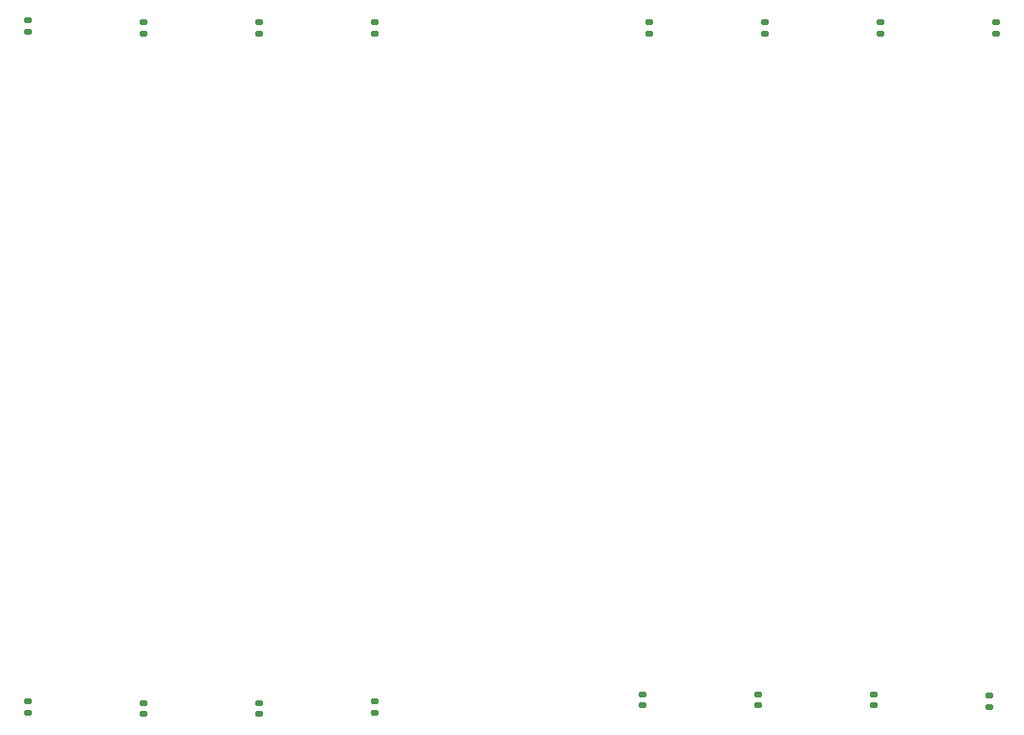
<source format=gbr>
%TF.GenerationSoftware,KiCad,Pcbnew,8.0.5*%
%TF.CreationDate,2024-10-15T20:37:22+02:00*%
%TF.ProjectId,LED_16x24V_REG4_VERSION_B,4c45445f-3136-4783-9234-565f52454734,rev?*%
%TF.SameCoordinates,Original*%
%TF.FileFunction,Paste,Bot*%
%TF.FilePolarity,Positive*%
%FSLAX46Y46*%
G04 Gerber Fmt 4.6, Leading zero omitted, Abs format (unit mm)*
G04 Created by KiCad (PCBNEW 8.0.5) date 2024-10-15 20:37:22*
%MOMM*%
%LPD*%
G01*
G04 APERTURE LIST*
G04 Aperture macros list*
%AMRoundRect*
0 Rectangle with rounded corners*
0 $1 Rounding radius*
0 $2 $3 $4 $5 $6 $7 $8 $9 X,Y pos of 4 corners*
0 Add a 4 corners polygon primitive as box body*
4,1,4,$2,$3,$4,$5,$6,$7,$8,$9,$2,$3,0*
0 Add four circle primitives for the rounded corners*
1,1,$1+$1,$2,$3*
1,1,$1+$1,$4,$5*
1,1,$1+$1,$6,$7*
1,1,$1+$1,$8,$9*
0 Add four rect primitives between the rounded corners*
20,1,$1+$1,$2,$3,$4,$5,0*
20,1,$1+$1,$4,$5,$6,$7,0*
20,1,$1+$1,$6,$7,$8,$9,0*
20,1,$1+$1,$8,$9,$2,$3,0*%
G04 Aperture macros list end*
%ADD10RoundRect,0.147500X0.172500X-0.147500X0.172500X0.147500X-0.172500X0.147500X-0.172500X-0.147500X0*%
%ADD11RoundRect,0.147500X-0.172500X0.147500X-0.172500X-0.147500X0.172500X-0.147500X0.172500X0.147500X0*%
G04 APERTURE END LIST*
D10*
%TO.C,F11*%
X123190000Y-131445000D03*
X123190000Y-130475000D03*
%TD*%
%TO.C,F15*%
X177165000Y-130660000D03*
X177165000Y-129690000D03*
%TD*%
D11*
%TO.C,F1*%
X187960000Y-70635000D03*
X187960000Y-71605000D03*
%TD*%
D10*
%TO.C,F14*%
X167005000Y-130660000D03*
X167005000Y-129690000D03*
%TD*%
%TO.C,F9*%
X102870000Y-131295000D03*
X102870000Y-130325000D03*
%TD*%
D11*
%TO.C,F8*%
X102870000Y-70485000D03*
X102870000Y-71455000D03*
%TD*%
%TO.C,F3*%
X167640000Y-70635000D03*
X167640000Y-71605000D03*
%TD*%
D10*
%TO.C,F10*%
X113030000Y-131445000D03*
X113030000Y-130475000D03*
%TD*%
D11*
%TO.C,F4*%
X157480000Y-70635000D03*
X157480000Y-71605000D03*
%TD*%
%TO.C,F2*%
X177800000Y-70635000D03*
X177800000Y-71605000D03*
%TD*%
D10*
%TO.C,F13*%
X156845000Y-130660000D03*
X156845000Y-129690000D03*
%TD*%
%TO.C,F16*%
X187325000Y-130810000D03*
X187325000Y-129840000D03*
%TD*%
D11*
%TO.C,F7*%
X113030000Y-70635000D03*
X113030000Y-71605000D03*
%TD*%
%TO.C,F5*%
X133350000Y-70635000D03*
X133350000Y-71605000D03*
%TD*%
D10*
%TO.C,F12*%
X133350000Y-131295000D03*
X133350000Y-130325000D03*
%TD*%
D11*
%TO.C,F6*%
X123190000Y-70635000D03*
X123190000Y-71605000D03*
%TD*%
M02*

</source>
